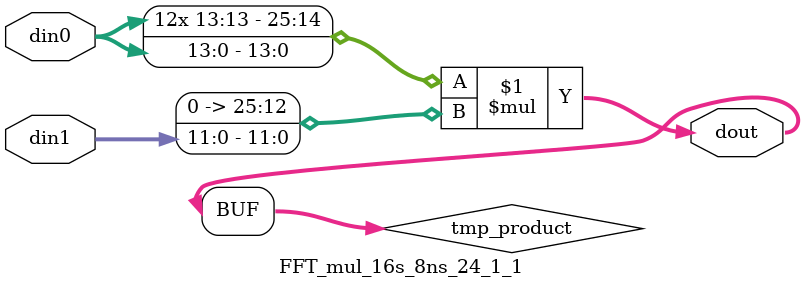
<source format=v>

`timescale 1 ns / 1 ps

  module FFT_mul_16s_8ns_24_1_1(din0, din1, dout);
parameter ID = 1;
parameter NUM_STAGE = 0;
parameter din0_WIDTH = 14;
parameter din1_WIDTH = 12;
parameter dout_WIDTH = 26;

input [din0_WIDTH - 1 : 0] din0; 
input [din1_WIDTH - 1 : 0] din1; 
output [dout_WIDTH - 1 : 0] dout;

wire signed [dout_WIDTH - 1 : 0] tmp_product;












assign tmp_product = $signed(din0) * $signed({1'b0, din1});









assign dout = tmp_product;







endmodule

</source>
